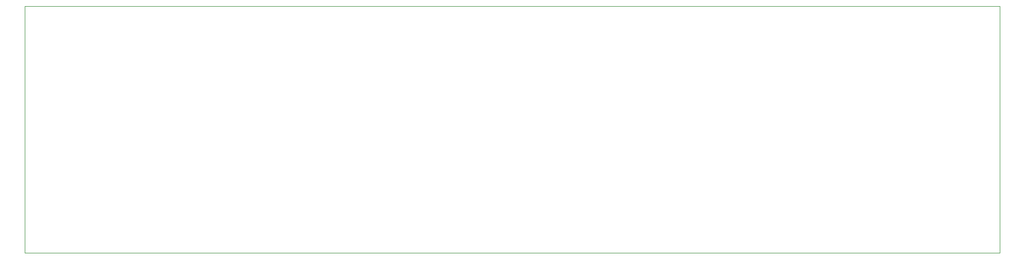
<source format=gbr>
%TF.GenerationSoftware,KiCad,Pcbnew,5.1.9-73d0e3b20d~88~ubuntu20.04.1*%
%TF.CreationDate,2021-02-23T00:09:44-07:00*%
%TF.ProjectId,tow,746f772e-6b69-4636-9164-5f7063625858,rev?*%
%TF.SameCoordinates,Original*%
%TF.FileFunction,Profile,NP*%
%FSLAX46Y46*%
G04 Gerber Fmt 4.6, Leading zero omitted, Abs format (unit mm)*
G04 Created by KiCad (PCBNEW 5.1.9-73d0e3b20d~88~ubuntu20.04.1) date 2021-02-23 00:09:44*
%MOMM*%
%LPD*%
G01*
G04 APERTURE LIST*
%TA.AperFunction,Profile*%
%ADD10C,0.050000*%
%TD*%
G04 APERTURE END LIST*
D10*
X72390000Y-82550000D02*
X232410000Y-82550000D01*
X72390000Y-123190000D02*
X72390000Y-82550000D01*
X232410000Y-123190000D02*
X72390000Y-123190000D01*
X232410000Y-82550000D02*
X232410000Y-123190000D01*
M02*

</source>
